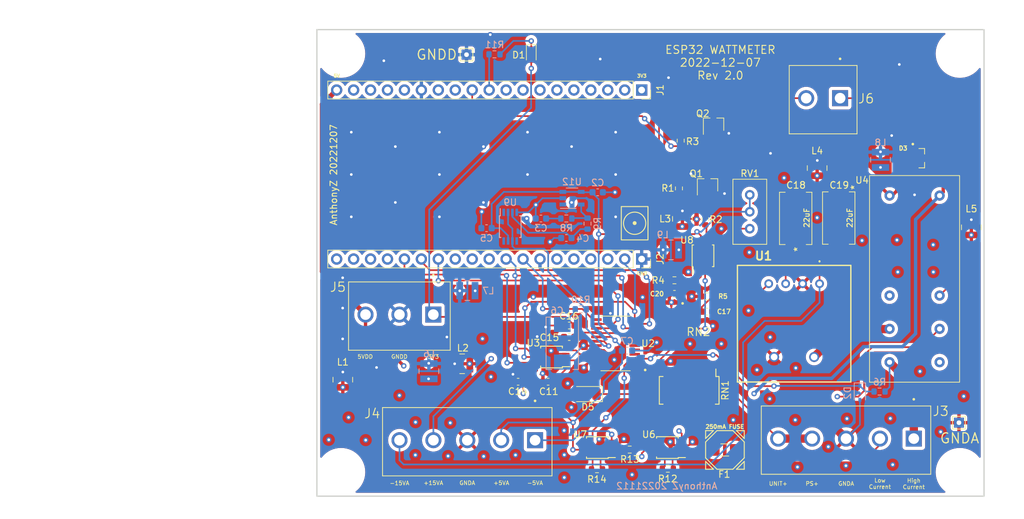
<source format=kicad_pcb>
(kicad_pcb (version 20211014) (generator pcbnew)
  (layers (0 "F.Cu" signal) (1 "In1.Cu" signal) (2 "In2.Cu" signal) (31 "B.Cu" signal) (34 "B.Paste" user) (35 "F.Paste" user) (36 "B.SilkS" user "B.Silkscreen") (37 "F.SilkS" user "F.Silkscreen") (38 "B.Mask" user) (39 "F.Mask" user) (44 "Edge.Cuts" user))
  (net 0 "")
  (net 1 "+5V")
  (net 2 "+15V")
  (net 3 "-15V")
  (net 4 "GNDA")
  (net 5 "/uC_3V3")
  (net 13 "Net-(C3-Pad2)")
  (net 14 "/CONVST*")
  (net 19 "/uC_SDI")
  (net 20 "/uC_SDO")
  (net 21 "/SCLK")
  (net 24 "/CS0")
  (net 25 "/CS1")
  (net 27 "/PS")
  (net 28 "Net-(Q1-Pad1)")
  (net 29 "Net-(D3-Pad2)")
  (net 30 "Net-(RN1-Pad2)")
  (net 31 "Net-(RN1-Pad4)")
  (net 32 "Net-(RN1-Pad6)")
  (net 33 "Net-(RN1-Pad8)")
  (net 34 "/PS_DIV")
  (net 35 "Net-(RN1-Pad13)")
  (net 36 "Net-(RN1-Pad15)")
  (net 37 "Net-(RN1-Pad17)")
  (net 38 "Net-(RN1-Pad19)")
  (net 39 "Net-(RN1-Pad21)")
  (net 40 "Net-(RN1-Pad23)")
  (net 41 "/C_SW_B")
  (net 42 "/HighCurr_Vout")
  (net 43 "Net-(C20-Pad2)")
  (net 44 "Net-(R2-Pad2)")
  (net 45 "Net-(R4-Pad2)")
  (net 46 "/LowCurr_Vout")
  (net 47 "/Burden_V")
  (net 48 "/CONV_LIVE")
  (net 49 "+3V3")
  (net 50 "+5VA")
  (net 51 "/+4.096V")
  (net 53 "Net-(R12-Pad1)")
  (net 55 "-5VA")
  (net 56 "/C_SW_A")
  (net 60 "Net-(U1-Pad5)")
  (net 61 "/Unit_OH")
  (net 62 "/Unit_OL")
  (net 63 "Net-(C4-Pad2)")
  (net 64 "GNDD")
  (net 65 "/Sens_Vout")
  (net 66 "Net-(Q1-Pad3)")
  (net 67 "/PGAtoADC")
  (net 68 "/MUXtoPGA")
  (net 69 "Net-(R13-Pad1)")
  (net 72 "/CurrentIO_1")
  (net 83 "Net-(D1-Pad1)")
  (net 84 "/Debug_LED")
  (net 85 "Net-(F1-Pad1)")
  (net 86 "Net-(C6-Pad1)")
  (net 87 "Net-(R8-Pad2)")
  (footprint "Connector_PinSocket_2.54mm:PinSocket_1x19_P2.54mm_Vertical" (layer "F.Cu") (at 156.962 93.965 -90)
    (fp_text reference "J2")
    (fp_text value "Conn_01x19_Female")
  )
  (footprint "Capacitor_SMD:C_0603_1608Metric" (layer "F.Cu") (at 166.751 101.854)
    (fp_text reference "C17")
    (fp_text value "20uF")
  )
  (footprint "Resistor_SMD:R_0603_1608Metric" (layer "F.Cu") (at 155.1686 122.555)
    (fp_text reference "R13")
    (fp_text value "10k")
  )
  (footprint "Package_SO:TSSOP-8_3x3mm_P0.65mm" (layer "F.Cu") (at 166.154 93.4744 90)
    (fp_text reference "U8")
    (fp_text value "OP777")
  )
  (footprint "LED_SMD:LED_0603_1608Metric" (layer "F.Cu") (at 140.4112 63.2968 -90)
    (fp_text reference "D1")
    (fp_text value "LED")
  )
  (footprint "SDET32251E-150MS:SDET32251E-150MS" (layer "F.Cu") (at 112.1664 112.0648 90)
    (fp_text reference "L1")
    (fp_text value "15uH" hide)
  )
  (footprint "Capacitor_SMD:C_0603_1608Metric" (layer "F.Cu") (at 161.8742 99.187)
    (fp_text reference "C20")
    (fp_text value "1uF")
  )
  (footprint "293D226X9020D8T:293D226X9020D8T" (layer "F.Cu") (at 180.0478 87.861 90)
    (fp_text reference "C18")
    (fp_text value "22uF")
  )
  (footprint "MountingHole:MountingHole_3.2mm_M3" (layer "F.Cu") (at 111.8996 63.1468)
    (fp_text reference "H1" hide)
    (fp_text value "MountingHole")
  )
  (footprint "MountingHole:MountingHole_3.2mm_M3" (layer "F.Cu") (at 111.8996 125.9356)
    (fp_text reference "H2" hide)
    (fp_text value "MountingHole")
  )
  (footprint "TestPoint:TestPoint_THTPad_1.5x1.5mm_Drill0.7mm" (layer "F.Cu") (at 204.5208 118.5164)
    (fp_text reference "TP2" hide)
    (fp_text value "TestPoint")
  )
  (footprint "myCustomLib:J114FL2CS85VDC" (layer "F.Cu") (at 198.12 91.44 -90)
    (fp_text reference "U4")
    (fp_text value "J114FL2CS85VDC")
  )
  (footprint "Capacitor_SMD:C_0603_1608Metric" (layer "F.Cu") (at 142.9384 112.372)
    (fp_text reference "C11")
    (fp_text value "1uF")
  )
  (footprint "SDET32251E-150MS:SDET32251E-150MS" (layer "F.Cu") (at 206.375 89.2048 90)
    (fp_text reference "L5")
    (fp_text value "15uH" hide)
  )
  (footprint "SDET32251E-150MS:SDET32251E-150MS" (layer "F.Cu") (at 183.261 80.3148 90)
    (fp_text reference "L4")
    (fp_text value "15uH" hide)
  )
  (footprint "Potentiometer_THT:Potentiometer_Bourns_3296W_Vertical" (layer "F.Cu") (at 173.1644 84.3304 90)
    (fp_text reference "RV1")
    (fp_text value "20k")
  )
  (footprint "ADS8331IPW:SOP65P640X120-24N" (layer "F.Cu") (at 153.0482 106.6266 180)
    (fp_text reference "U2")
    (fp_text value "ADS8331IPW")
  )
  (footprint "Capacitor_SMD:C_0603_1608Metric" (layer "F.Cu") (at 146.1008 103.9368 180)
    (fp_text reference "C16")
    (fp_text value "0.01uF")
  )
  (footprint "SDET32251E-150MS:SDET32251E-150MS" (layer "F.Cu") (at 163.068 87.9348 90)
    (fp_text reference "L3")
    (fp_text value "15uH" hide)
  )
  (footprint "Package_TO_SOT_SMD:TSOT-23" (layer "F.Cu") (at 166.8144 82.8572 90)
    (fp_text reference "Q1")
    (fp_text value "PMBT3904.215")
  )
  (footprint "Resistor_SMD:R_0603_1608Metric" (layer "F.Cu") (at 162.5472 83.3652 90)
    (fp_text reference "R1")
    (fp_text value "1k")
  )
  (footprint "Diode_SMD:D_1206_3216Metric" (layer "F.Cu") (at 148.7932 114.2238 180)
    (fp_text reference "D5")
    (fp_text value "8V")
  )
  (footprint "L18P003D15:L18P003D15" (layer "F.Cu") (at 183.6254 97.6634)
    (fp_text reference "U1")
    (fp_text value "L18P003D15" hide)
  )
  (footprint "Connector_PinSocket_2.54mm:PinSocket_1x19_P2.54mm_Vertical" (layer "F.Cu") (at 156.962 68.605 -90)
    (fp_text reference "J1")
    (fp_text value "Conn_01x19_Female")
  )
  (footprint "Resistor_SMD:R_0603_1608Metric" (layer "F.Cu") (at 160.8836 125.4252)
    (fp_text reference "R12")
    (fp_text value "39.2")
  )
  (footprint "TB007-508-03BE:TB007-508-03BE" (layer "F.Cu") (at 125.73 102.2971 180)
    (fp_text reference "J5")
    (fp_text value "Screw_Terminal_01x03")
  )
  (footprint "Package_SO:SSOP-24_3.9x8.7mm_P0.635mm" (layer "F.Cu") (at 164.084 113.665 -90)
    (fp_text reference "RN1")
    (fp_text value "R_Pack12")
  )
  (footprint "TB007-508-05BE:CUI_TB007-508-05BE" (layer "F.Cu") (at 140.9826 121.1439 180)
    (fp_text reference "J4")
    (fp_text value "Screw_Terminal_01x05")
  )
  (footprint "Resistor_SMD:R_0603_1608Metric" (layer "F.Cu") (at 150.2664 125.5014)
    (fp_text reference "R14")
    (fp_text value "10k")
  )
  (footprint "Package_TO_SOT_SMD:TSOT-23" (layer "F.Cu") (at 167.7162 73.7616 90)
    (fp_text reference "Q2")
    (fp_text value "PMBT3904.215")
  )
  (footprint "Capacitor_SMD:C_0603_1608Metric" (layer "F.Cu") (at 138.4426 112.372 180)
    (fp_text reference "C14")
    (fp_text value "0.01uF")
  )
  (footprint "TB007-508-05BE:CUI_TB007-508-05BE" (layer "F.Cu") (at 197.7516 120.9064 180)
    (fp_text reference "J3")
    (fp_text value "Screw_Terminal_01x05")
  )
  (footprint "Fuse:Fuse_1206_3216Metric" (layer "F.Cu") (at 169.418 122.6058)
    (fp_text reference "F1")
    (fp_text value "250mA")
  )
  (footprint "293D226X9020D8T:293D226X9020D8T" (layer "F.Cu") (at 186.4994 87.8102 -90)
    (fp_text reference "C19")
    (fp_text value "22uF")
  )
  (footprint "MountingHole:MountingHole_3.2mm_M3" (layer "F.Cu") (at 204.6604 125.9356)
    (fp_text reference "H3" hide)
    (fp_text value "MountingHole")
  )
  (footprint "Package_SO:TSSOP-8_3x3mm_P0.65mm" (layer "F.Cu") (at 160.8196 122.2484 180)
    (fp_text reference "U6")
    (fp_text value "OP777")
  )
  (footprint "Resistor_SMD:R_0603_1608Metric" (layer "F.Cu") (at 166.751 99.568)
    (fp_text reference "R5")
    (fp_text value "15k")
  )
  (footprint "Resistor_SMD:R_0603_1608Metric" (layer "F.Cu") (at 166.497 88.011 -90)
    (fp_text reference "R2")
    (fp_text value "1k")
  )
  (footprint "Capacitor_SMD:C_0603_1608Metric" (layer "F.Cu") (at 146.1008 105.664 180)
    (fp_text reference "C15")
    (fp_text value "0.1uF")
  )
  (footprint "Package_SO:TSSOP-8_3x3mm_P0.65mm" (layer "F.Cu") (at 150.3172 122.2502 180)
    (fp_text reference "U7")
    (fp_text value "OP777")
  )
  (footprint "BAT750-7-F:SOT91P240X102-3N" (layer "F.Cu") (at 198.722 78.8336 -90)
    (fp_text reference "D3")
    (fp_text value "D_Schottky")
  )
  (footprint "TestPoint:TestPoint_THTPad_1.5x1.5mm_Drill0.7mm" (layer "F.Cu") (at 130.7084 63.2968)
    (fp_text reference "TP1" hide)
    (fp_text value "TestPoint")
  )
  (footprint "ACASA1002S1002P1AT:ACASA1002S1002P1AT" (layer "F.Cu") (at 161.798 102.616 -90)
    (fp_text reference "RN2")
    (fp_text value "ACASA1002S1002P1AT")
  )
  (footprint "Resistor_SMD:R_0603_1608Metric" (layer "F.Cu") (at 162.814 76.2 90)
    (fp_text reference "R3")
    (fp_text value "1k")
  )
  (footprint "TB007-508-02BE:CUI_TB007-508-02BE" (layer "F.Cu") (at 186.7026 69.827 180)
    (fp_text reference "J6")
    (fp_text value "TB007-508-02BE")
  )
  (footprint "Package_SO:TSSOP-10_3x3mm_P0.5mm" (layer "F.Cu") (at 143.4464 108.6636 180)
    (fp_text reference "U3")
    (fp_text value "PGA113")
  )
  (footprint "MountingHole:MountingHole_3.2mm_M3" (layer "F.Cu") (at 204.6604 63.1468)
    (fp_text reference "H4" hide)
    (fp_text value "MountingHole")
  )
  (footprint "SDET32251E-150MS:SDET32251E-150MS" (layer "F.Cu") (at 130.05435 109.6772 180)
    (fp_text reference "L2")
    (fp_text value "15uH" hide)
  )
  (footprint "Resistor_SMD:R_0603_1608Metric" (layer "F.Cu") (at 161.8742 97.155)
    (fp_text reference "R4")
    (fp_text value "5k")
  )
  (footprint "SDET32251E-150MS:SDET32251E-150MS" (layer "B.Cu") (at 192.7606 79.0702 90)
    (fp_text reference "L8")
    (fp_text value "15uH" hide)
  )
  (footprint "Resistor_SMD:R_0603_1608Metric" (layer "B.Cu") (at 192.6214 113.8428 180)
    (fp_text reference "R6")
    (fp_text value "10k")
  )
  (footprint "Resistor_SMD:R_0603_1608Metric" (layer "B.Cu") (at 145.669 87.884)
    (fp_text reference "R8")
    (fp_text value "0.220")
  )
  (footprint "SDET32251E-150MS:SDET32251E-150MS" (layer "B.Cu") (at 161.3408 92.583 180)
    (fp_text reference "L9")
    (fp_text value "15uH" hide)
  )
  (footprint "Capacitor_SMD:C_0603_1608Metric" (layer "B.Cu") (at 154.7684 107.701 180)
    (fp_text reference "C7")
    (fp_text value "1uF")
  )
  (footprint "Resistor_SMD:R_0603_1608Metric" (layer "B.Cu") (at 147.828 101.4984 180)
    (fp_text reference "R10")
    (fp_text value "0.220")
  )
  (footprint "Resistor_SMD:R_0603_1608Metric" (layer "B.Cu") (at 148.844 88.646 90)
    (fp_text reference "R9")
    (fp_text value "1k")
  )
  (footprint "SDET32251E-150MS:SDET32251E-150MS" (layer "B.Cu") (at 125.0696 110.78845 90)
    (fp_text reference "L6")
    (fp_text value "15uH" hide)
  )
  (footprint "Capacitor_SMD:C_0603_1608Metric" (layer "B.Cu") (at 145.669 90.805)
    (fp_text reference "C4")
    (fp_text value "1uF")
  )
  (footprint "REF2041AIDDCT:REF2041AIDDCT" (layer "B.Cu") (at 146.5198 84.836)
    (fp_text reference "U12")
    (fp_text value "REF2041AIDDCT" hide)
  )
  (footprint "Resistor_SMD:R_0603_1608Metric" (layer "B.Cu") (at 134.8994 63.246 180)
    (fp_text reference "R11")
    (fp_text value "200")
  )
  (footprint "Capacitor_SMD:C_0603_1608Metric" (layer "B.Cu") (at 150.368 83.947 180)
    (fp_text reference "C2")
    (fp_text value "1uF")
  )
  (footprint "Capacitor_SMD:C_0603_1608Metric" (layer "B.Cu") (at 141.859 87.884)
    (fp_text reference "C3")
    (fp_text value "10uF")
  )
  (footprint "Diode_SMD:D_SOD-323" (layer "B.Cu") (at 189.675 114.046 -90)
    (fp_text reference "D2")
    (fp_text value "PZS51A5V1CS_R1_00001")
  )
  (footprint "SDET32251E-150MS:SDET32251E-150MS" (layer "B.Cu") (at 130.8354 98.7044 180)
    (fp_text reference "L7")
    (fp_text value "15uH" hide)
  )
  (footprint "293D226X9020D8T:293D226X9020D8T" (layer "B.Cu") (at 145.0594 106.6038 -90)
    (fp_text reference "C6")
    (fp_text value "22uF" hide)
  )
  (footprint "Capacitor_SMD:C_0603_1608Metric" (layer "B.Cu") (at 133.7056 89.3318)
    (fp_text reference "C5")
    (fp_text value "1uF")
  )
  (footprint "Package_SO:TSSOP-8_3x3mm_P0.65mm" (layer "B.Cu") (at 137.2616 89.1032 -90)
    (fp_text reference "U9")
    (fp_text value "OP777")
  )
  (gr_line (start 171.1706 119.7102) (end 172.339 120.8786) (layer "F.SilkS") (width 0.15))
  (gr_line (start 172.339 124.333) (end 171.1706 125.5014) (layer "F.SilkS") (width 0.15))
  (gr_line (start 172.339 121.412) (end 172.339 123.7996) (layer "F.SilkS") (width 0.15))
  (gr_line (start 166.5478 121.412) (end 166.5478 123.7996) (layer "F.SilkS") (width 0.15))
  (gr_circle (center 155.9084 88.571) (end 156.124733 88.571) (layer "F.SilkS") (width 0.15) (fill solid))
  (gr_rect (start 153.9084 86.091) (end 157.9084 91.091) (layer "F.SilkS") (width 0.15) (fill none))
  (gr_line (start 170.6372 119.7102) (end 172.339 121.412) (layer "F.SilkS") (width 0.15))
  (gr_line (start 172.339 125.5014) (end 172.339 124.333) (layer "F.SilkS") (width 0.15))
  (gr_line (start 166.5478 121.412) (end 168.2496 119.7102) (layer "F.SilkS") (width 0.15))
  (gr_line (start 172.339 120.8786) (end 172.339 119.7102) (layer "F.SilkS") (width 0.15))
  (gr_line (start 168.2496 119.7102) (end 170.6372 119.7102) (layer "F.SilkS") (width 0.15))
  (gr_line (start 171.1706 125.5014) (end 172.339 125.5014) (layer "F.SilkS") (width 0.15))
  (gr_line (start 166.5478 124.333) (end 166.5478 125.5014) (layer "F.SilkS") (width 0.15))
  (gr_line (start 172.339 119.7102) (end 171.1706 119.7102) (layer "F.SilkS") (width 0.15))
  (gr_line (start 166.5478 125.5014) (end 167.7162 125.5014) (layer "F.SilkS") (width 0.15))
  (gr_line (start 166.5478 120.8786) (end 167.7162 119.7102) (layer "F.SilkS") (width 0.15))
  (gr_line (start 166.5478 119.7102) (end 166.5478 120.8786) (layer "F.SilkS") (width 0.15))
  (gr_line (start 168.2496 125.5014) (end 166.5478 123.7996) (layer "F.SilkS") (width 0.15))
  (gr_line (start 170.6372 125.5014) (end 168.2496 125.5014) (layer "F.SilkS") (width 0.15))
  (gr_line (start 172.339 123.7996) (end 170.6372 125.5014) (layer "F.SilkS") (width 0.15))
  (gr_circle (center 155.9084 88.591) (end 156.8484 89.971) (layer "F.SilkS") (width 0.15) (fill none))
  (gr_line (start 167.7162 119.7102) (end 166.5478 119.7102) (layer "F.SilkS") (width 0.15))
  (gr_line (start 167.7162 125.5014) (end 166.5478 124.333) (layer "F.SilkS") (width 0.15))
  (gr_rect (start 108.28 59.54) (end 208.28 129.54) (layer "Edge.Cuts") (width 0.2) (fill none))
  (gr_text "AnthonyZ 20221112" (at 160.7312 128.016) (layer "B.SilkS") (effects (font (size 1 1)) (justify mirror)))
  (gr_text "Low\nCurrent" (at 192.6716 127.6628) (layer "F.SilkS") (effects (font (size 0.6 0.6) (thickness 0.1))))
  (gr_text "PS+" (at 182.5116 127.6628) (layer "F.SilkS") (effects (font (size 0.6 0.6) (thickness 0.1))))
  (gr_text "GNDD" (at 126.238 63.2968) (layer "F.SilkS") (effects (font (size 1.5 1.5) (thickness 0.1778))))
  (gr_text "ESP32 WATTMETER\n2022-12-07\nRev 2.0" (at 168.7576 64.4906) (layer "F.SilkS") (effects (font (size 1.2 1.2))))
  (gr_text "3V3" (at 125.73 108.6104) (layer "F.SilkS") (effects (font (size 0.6 0.6) (thickness 0.1))))
  (gr_text "High\nCurrent" (at 197.7516 127.6882) (layer "F.SilkS") (effects (font (size 0.6 0.6) (thickness 0.1))))
  (gr_text "+5VA" (at 135.928 127.5612) (layer "F.SilkS") (effects (font (size 0.6 0.6) (thickness 0.1))))
  (gr_text "5V" (at 111.2584 66.481) (layer "F.SilkS") (effects (font (size 0.5 0.5) (thickness 0.125))))
  (gr_text "UNIT+" (at 177.4316 127.6628) (layer "F.SilkS") (effects (font (size 0.6 0.6) (thickness 0.1))))
  (gr_text "250mA FUSE" (at 169.4284 119.121) (layer "F.SilkS") (effects (font (size 0.6 0.6))))
  (gr_text "5VDD" (at 115.5192 108.6104) (layer "F.SilkS") (effects (font (size 0.6 0.6) (thickness 0.1))))
  (gr_text "-5VA" (at 140.9826 127.5612) (layer "F.SilkS") (effects (font (size 0.6 0.6) (thickness 0.1))))
  (gr_text "3V3" (at 156.9884 66.481) (layer "F.SilkS") (effects (font (size 0.5 0.5) (thickness 0.125))))
  (gr_text "GNDA" (at 204.6224 120.8532) (layer "F.SilkS") (effects (font (size 1.5 1.5) (thickness 0.1778))))
  (gr_text "AnthonyZ 20221207" (at 110.7948 81.3308 90) (layer "F.SilkS") (effects (font (size 1 1))))
  (gr_text "GNDA" (at 187.617 127.6628) (layer "F.SilkS") (effects (font (size 0.6 0.6) (thickness 0.1))))
  (gr_text "-15VA" (at 120.6626 127.5866) (layer "F.SilkS") (effects (font (size 0.6 0.6) (thickness 0.1))))
  (gr_text "GNDA" (at 130.8226 127.5612) (layer "F.SilkS") (effects (font (size 0.6 0.6) (thickness 0.1))))
  (gr_text "GND" (at 157.0084 96.131) (layer "F.SilkS") (effects (font (size 0.5 0.5) (thickness 0.125))))
  (gr_text "+15VA" (at 125.7426 127.5612) (layer "F.SilkS") (effects (font (size 0.6 0.6) (thickness 0.1))))
  (gr_text "GNDD" (at 120.65 108.6104) (layer "F.SilkS") (effects (font (size 0.6 0.6) (thickness 0.1))))
  (segment (start 139.596 112.372) (end 141.2964 110.6716) (width 0.25) (layer "F.Cu") (net 1))
  (segment (start 115.57 104.267) (end 121.2977 109.9947) (width 0.5) (layer "F.Cu") (net 1))
  (segment (start 115.57 102.2971) (end 115.57 104.267) (width 0.5) (layer "F.Cu") (net 1))
  (segment (start 109.093 70.754) (end 111.242 68.605) (width 0.75) (layer "F.Cu") (net 1))
  (segment (start 109.093 95.8201) (end 109.093 70.754) (width 0.75) (layer "F.Cu") (net 1))
  (segment (start 200.4234 78.8336) (end 199.792 78.8336) (width 0.5) (layer "F.Cu") (net 1))
  (segment (start 202.162 83.898) (end 202.162 80.5722) (width 0.5) (layer "F.Cu") (net 1))
  (segment (start 141.2964 110.6716) (end 141.2964 109.6636) (width 0.25) (layer "F.Cu") (net 1))
  (segment (start 139.2176 114.1474) (end 139.215 114.15) (width 0.25) (layer "F.Cu") (net 1))
  (segment (start 115.57 102.2971) (end 109.093 95.8201) (width 0.75) (layer "F.Cu") (net 1))
  (segment (start 202.162 80.5722) (end 200.4234 78.8336) (width 0.5) (layer "F.Cu") (net 1))
  (segment (start 201.62 84.44) (end 202.162 83.898) (width 0.5) (layer "F.Cu") (net 1))
  (segment (start 139.2176 112.372) (end 139.2176 114.1474) (width 0.25) (layer "F.Cu") (net 1))
  (segment (start 139.2176 112.372) (end 139.596 112.372) (width 0.25) (layer "F.Cu") (net 1))
  (via (at 121.2977 109.9947) (size 0.8) (drill 0.4) (layers "F.Cu" "B.Cu") (net 1))
  (via (at 173.8098 114.15) (size 0.8) (drill 0.4) (layers "F.Cu" "B.Cu") (net 1))
  (via (at 139.215 114.15) (size 0.8) (drill 0.4) (layers "F.Cu" "B.Cu") (net 1))
  (segment (start 198.0184 105.156) (end 198.0184 88.0416) (width 0.5) (layer "B.Cu") (net 1))
  (segment (start 196.0626 107.1118) (end 190.1952 107.1118) (width 0.5) (layer "B.Cu") (net 1))
  (segment (start 190.1952 107.1118) (end 185.4454 111.8616) (width 0.5) (layer "B.Cu") (net 1))
  (segment (start 198.0184 88.0416) (end 201.62 84.44) (width 0.5) (layer "B.Cu") (net 1))
  (segment (start 176.0982 111.8616) (end 173.8098 114.15) (width 0.5) (layer "B.Cu") (net 1))
  (segment (start 185.4454 111.8616) (end 176.0982 111.8616) (width 0.5) (layer "B.Cu") (net 1))
  (segment (start 198.0184 105.156) (end 196.0626 107.1118) (width 0.5) (layer "B.Cu") (net 1))
  (segment (start 180.0478 92.6212) (end 180.0478 90.6804) (width 0.25) (layer "F.Cu") (net 2))
  (segment (start 178.5454 97.6634) (end 178.5454 94.1236) (width 0.25) (layer "F.Cu") (net 2))
  (segment (start 178.5454 94.1236) (end 180.0478 92.6212) (width 0.25) (layer "F.Cu") (net 2))
  (via (at 134.4168 108.9152) (size 0.8) (drill 0.4) (layers "F.Cu" "B.Cu") (net 2))
  (segment (start 125.7426 121.1439) (end 125.7426 117.564) (width 0.25) (layer "B.Cu") (net 2))
  (segment (start 125.7426 117.564) (end 134.404 108.9026) (width 0.25) (layer "B.Cu") (net 2))
  (segment (start 186.4994 92.3672) (end 186.4994 90.6296) (width 0.25) (layer "F.Cu") (net 3))
  (segment (start 183.6254 95.2412) (end 186.4994 92.3672) (width 0.25) (layer "F.Cu") (net 3))
  (segment (start 183.6254 97.6634) (end 183.6254 95.2412) (width 0.25) (layer "F.Cu") (net 3))
  (segment (start 180.8734 103.251) (end 183.6254 100.499) (width 0.25) (layer "B.Cu") (net 3))
  (segment (start 175.387 103.251) (end 180.8734 103.251) (width 0.25) (layer "B.Cu") (net 3))
  (segment (start 172.1612 106.4768) (end 175.387 103.251) (width 0.25) (layer "B.Cu") (net 3))
  (segment (start 120.6626 124.1678) (end 121.285 124.7902) (width 0.25) (layer "B.Cu") (net 3))
  (segment (start 120.6626 121.1439) (end 120.6626 124.1678) (width 0.25) (layer "B.Cu") (net 3))
  (segment (start 167.1574 124.7902) (end 172.1612 119.7864) (width 0.25) (layer "B.Cu") (net 3))
  (segment (start 183.6254 100.499) (end 183.6254 97.6634) (width 0.25) (layer "B.Cu") (net 3))
  (segment (start 121.285 124.7902) (end 167.1574 124.7902) (width 0.25) (layer "B.Cu") (net 3))
  (segment (start 172.1612 119.7864) (end 172.1612 106.4768) (width 0.25) (layer "B.Cu") (net 3))
  (segment (start 160.5915 109.9693) (end 160.5915 111.065) (width 0.25) (layer "F.Cu") (net 4))
  (segment (start 151.3252 107.6016) (end 150.1782 107.6016) (width 0.25) (layer "F.Cu") (net 4))
  (segment (start 151.892 108.1684) (end 151.3252 107.6016) (width 0.25) (layer "F.Cu") (net 4))
  (segment (start 150.1782 109.5516) (end 151.3572 109.5516) (width 0.25) (layer "F.Cu") (net 4))
  (segment (start 151.5294 121.9252) (end 152.4672 121.9252) (width 0.25) (layer "F.Cu") (net 4))
  (segment (start 164.0552 121.898) (end 161.7506 121.898) (width 0.25) (layer "F.Cu") (net 4))
  (segment (start 153.3224 121.9252) (end 152.4672 121.9252) (width 0.25) (layer "F.Cu") (net 4))
  (segment (start 148.995 109.5516) (end 148.2852 110.2614) (width 0.25) (layer "F.Cu") (net 4))
  (segment (start 143.8252 108.1636) (end 145.5964 108.1636) (width 0.25) (layer "F.Cu") (net 4))
  (segment (start 161.7506 121.898) (end 161.2392 121.3866) (width 0.25) (layer "F.Cu") (net 4))
  (segment (start 148.252 106.9516) (end 150.1782 106.9516) (width 0.25) (layer "F.Cu") (net 4))
  (segment (start 161.29 109.2708) (end 160.5915 109.9693) (width 0.25) (layer "F.Cu") (net 4))
  (segment (start 151.3572 109.5516) (end 151.892 109.0168) (width 0.25) (layer "F.Cu") (net 4))
  (segment (start 161.417 101.812) (end 161.398 101.831) (width 0.25) (layer "F.Cu") (net 4))
  (segment (start 154.2928 120.9548) (end 153.3224 121.9252) (width 0.25) (layer "F.Cu") (net 4))
  (segment (start 148.2344 106.934) (end 148.252 106.9516) (width 0.25) (layer "F.Cu") (net 4))
  (segment (start 143.383 107.7214) (end 143.8252 108.1636) (width 0.25) (layer "F.Cu") (net 4))
  (segment (start 150.1782 109.5516) (end 148.995 109.5516) (width 0.25) (layer "F.Cu") (net 4))
  (segment (start 161.417 100.457) (end 161.417 101.812) (width 0.25) (layer "F.Cu") (net 4))
  (segment (start 176.8154 110.1302) (end 176.8154 108.6634) (width 1.25) (layer "F.Cu") (net 4))
  (segment (start 150.5844 120.9802) (end 151.5294 121.9252) (width 0.25) (layer "F.Cu") (net 4))
  (segment (start 151.892 109.0168) (end 151.892 108.1684) (width 0.25) (layer "F.Cu") (net 4))
  (segment (start 164.5666 121.3866) (end 164.0552 121.898) (width 0.25) (layer "F.Cu") (net 4))
  (segment (start 187.5916 120.9064) (end 176.8154 110.1302) (width 1.25) (layer "F.Cu") (net 4))
  (via (at 141.097 85.8266) (size 0.8) (drill 0.4) (layers "F.Cu" "B.Cu") (net 4))
  (via (at 167.64 104.013) (size 0.8) (drill 0.4) (layers "F.Cu" "B.Cu") (net 4))
  (via (at 195.3514 95.9104) (size 0.8) (drill 0.4) (layers "F.Cu" "B.Cu") (net 4))
  (via (at 148.2344 106.934) (size 0.8) (drill 0.4) (layers "F.Cu" "B.Cu") (net 4))
  (via (at 178.308 81.788) (size 0.8) (drill 0.4) (layers "F.Cu" "B.Cu") (net 4))
  (via (at 120.65 114.427) (size 0.8) (drill 0.4) (layers "F.Cu" "B.Cu") (net 4))
  (via (at 134.366 111.633) (size 0.8) (drill 0.4) (layers "F.Cu" "B.Cu") (net 4))
  (via (at 183.261 81.4578) (size 0.8) (drill 0.4) (layers "F.Cu" "B.Cu") (net 4))
  (via (at 164.211 106.68) (size 0.8) (drill 0.4) (layers "F.Cu" "B.Cu") (net 4))
  (via (at 163.957 95.885) (size 0.8) (drill 0.4) (layers "F.Cu" "B.Cu") (net 4))
  (via (at 138.049 123.3678) (size 0.8) (drill 0.4) (layers "F.Cu" "B.Cu") (net 4))
  (via (at 192.7606 80.2132) (size 0.8) (drill 0.4) (layers "F.Cu" "B.Cu") (net 4))
  (via (at 146.431 116.205) (size 0.8) (drill 0.4) (layers "F.Cu" "B.Cu") (net 4))
  (via (at 165.2016 87.9856) (size 0.8) (drill 0.4) (layers "F.Cu" "B.Cu") (net 4))
  (via (at 145.3388 119.6848) (size 0.8) (drill 0.4) (layers "F.Cu" "B.Cu") (net 4))
  (via (at 205.232 114.554) (size 0.8) (drill 0.4) (layers "F.Cu" "B.Cu") (net 4))
  (via (at 155.5242 126.3142) (size 0.8) (drill 0.4) (layers "F.Cu" "B.Cu") (net 4))
  (via (at 183.261 87.757) (size 0.8) (drill 0.4) (layers "F.Cu" "B.Cu") (net 4))
  (via (at 154.2928 120.9548) (size 0.8) (drill 0.4) (layers "F.Cu" "B.Cu") (net 4))
  (via (at 133.2738 123.571) (size 0.8) (drill 0.4) (layers "F.Cu" "B.Cu") (net 4))
  (via (at 168.91 89.408) (size 0.8) (drill 0.4) (layers "F.Cu" "B.Cu") (net 4))
  (via (at 176.149 114.935) (size 0.8) (drill 0.4) (layers "F.Cu" "B.Cu") (net 4))
  (via (at 152.8572 109.0676) (size 0.8) (drill 0.4) (layers "F.Cu" "B.Cu") (net 4))
  (via (at 145.3642 126.746) (size 0.8) (drill 0.4) (layers "F.Cu" "B.Cu") (net 4))
  (via (at 187.7314 117.9068) (size 0.8) (drill 0.4) (layers "F.Cu" "B.Cu") (net 4))
  (via (at 194.5894 124.8156) (size 0.8) (drill 0.4) (layers "F.Cu" "B.Cu") (net 4))
  (via (at 164.5666 121.3866) (size 0.8) (drill 0.4) (layers "F.Cu" "B.Cu") (net 4))
  (via (at 161.29 109.2708) (size 0.8) (drill 0.4) (layers "F.Cu" "B.Cu") (net 4))
  (via (at 184.9374 122.1232) (size 0.8) (drill 0.4) (layers "F.Cu" "B.Cu") (net 4))
  (via (at 145.3642 123.3424) (size 0.8) (drill 0.4) (layers "F.Cu" "B.Cu") (net 4))
  (via (at 187.579 124.968) (size 0.8) (drill 0.4) (layers "F.Cu" "B.Cu") (net 4))
  (via (at 164.465 99.568) (size 0.8) (drill 0.4) (layers "F.Cu" "B.Cu") (net 4))
  (via (at 161.2392 121.3866) (size 0.8) (drill 0.4) (layers "F.Cu" "B.Cu") (net 4))
  (via (at 173.101 92.964) (size 0.8) (drill 0.4) (layers "F.Cu" "B.Cu") (net 4))
  (via (at 115.5954 121.1326) (size 0.8) (drill 0.4) (layers "F.Cu" "B.Cu") (net 4))
  (via (at 179.9844 118.11) (size 0.8) (drill 0.4) (layers "F.Cu" "B.Cu") (net 4))
  (via (at 140.716 99.6442) (size 0.8) (drill 0.4) (layers "F.Cu" "B.Cu") (net 4))
  (via (at 172.974 101.7016) (size 0.8) (drill 0.4) (layers "F.Cu" "B.Cu") (net 4))
  (via (at 176.2252 105.6894) (size 0.8) (drill 0.4) (layers "F.Cu" "B.Cu") (net 4))
  (via (at 123.0376 123.3678) (size 0.8) (drill 0.4) (layers "F.Cu" "B.Cu") (net 4))
  (via (at 145.8722 112.6236) (size 0.8) (drill 0.4) (layers "F.Cu" "B.Cu") (net 4))
  (via (at 200.6854 95.9104) (size 0.8) (drill 0.4) (layers "F.Cu" "B.Cu") (net 4))
  (via (at 195.2244 91.1098) (size 0.8) (drill 0.4) (layers "F.Cu" "B.Cu") (net 4))
  (via (at 112.1664 113.2078) (size 0.8) (drill 0.4) (layers "F.Cu" "B.Cu") (net 4))
  (via (at 152.9588 83.947) (size 0.8) (drill 0.4) (layers "F.Cu" "B.Cu") (net 4))
  (via (at 170.688 118.11) (size 0.8) (drill 0.4) (layers "F.Cu" "B.Cu") (net 4))
  (via (at 143.383 107.7214) (size 0.8) (drill 0.4) (layers "F.Cu" "B.Cu") (net 4))
  (via (at 162.5346 92.583) (size 0.8) (drill 0.4) (layers "F.Cu" "B.Cu") (net 4))
  (via (at 142.113 111.125) (size 0.8) (drill 0.4) (layers "F.Cu" "B.Cu") (net 4))
  (via (at 127.9398 123.5202) (size 0.8) (drill 0.4) (layers "F.Cu" "B.Cu") (net 4))
  (via (at 200.66 91.821) (size 0.8) (drill 0.4) (layers "F.Cu" "B.Cu") (net 4))
  (via (at 174.244 110.5916) (size 0.8) (drill 0.4) (layers "F.Cu" "B.Cu") (net 4))
  (via (at 150.5844 120.9802) (size 0.8) (drill 0.4) (layers "F.Cu" "B.Cu") (net 4))
  (via (at 113.03 117.729) (size 0.8) (drill 0.4) (layers "F.Cu" "B.Cu") (net 4))
  (via (at 132.9944 86.868) (size 0.8) (drill 0.4) (layers "F.Cu" "B.Cu") (net 4))
  (via (at 133.096 105.918) (size 0.8) (drill 0.4) (layers "F.Cu" "B.Cu") (net 4))
  (via (at 161.417 100.457) (size 0.8) (drill 0.4) (layers "F.Cu" "B.Cu") (net 4))
  (via (at 143.2306 91.3892) (size 0.8) (drill 0.4) (layers "F.Cu" "B.Cu") (net 4))
  (via (at 125.0188 111.9378) (size 0.8) (drill 0.4) (layers "F.Cu" "B.Cu") (net 4))
  (via (at 163.0426 89.0778) (size 0.8) (drill 0.4) (layers "F.Cu" "B.Cu") (net 4))
  (via (at 201.7776 119.888) (size 0.8) (drill 0.4) (layers "F.Cu" "B.Cu") (net 4))
  (via (at 131.1656 109.6772) (size 0.8) (drill 0.4) (layers "F.Cu" "B.Cu") (net 4))
  (via (at 180.0606 110.3122) (size 0.8) (drill 0.4) (layers "F.Cu" "B.Cu") (net 4))
  (via (at 159.2072 106.4768) (size 0.8) (drill 0.4) (layers "F.Cu" "B.Cu") (net 4))
  (via (at 123.063 118.4402) (size 0.8) (drill 0.4) (layers "F.Cu" "B.Cu") (net 4))
  (via (at 194.2338 117.8814) (size 0.8) (drill 0.4) (layers "F.Cu" "B.Cu") (net 4))
  (via (at 157.099 99.695) (size 0.8) (drill 0.4) (layers "F.Cu" "B.Cu") (net 4))
  (via (at 206.375 90.3478) (size 0.8) (drill 0.4) (layers "F.Cu" "B.Cu") (net 4))
  (via (at 132.0038 98.7298) (size 0.8) (drill 0.4) (layers "F.Cu" "B.Cu") (net 4))
  (via (at 148.2852 110.2614) (size 0.8) (drill 0.4) (layers "F.Cu" "B.Cu") (net 4))
  (via (at 110.0582 121.0818) (size 0.8) (drill 0.4) (layers "F.Cu" "B.Cu") (net 4))
  (via (at 180.3146 125.1712) (size 0.8) (drill 0.4) (layers "F.Cu" "B.Cu") (net 4))
  (via (at 189.992 91.186) (size 0.8) (drill 0.4) (layers "F.Cu" "B.Cu") (net 4))
  (via (at 168.91 106.68) (size 0.8) (drill 0.4) (layers "F.Cu" "B.Cu") (net 4))
  (via (at 198.6788 110.8202) (size 0.8) (drill 0.4) (layers "F.Cu" "B.Cu") (net 4))
  (via (at 128.27 118.5418) (size 0.8) (drill 0.4) (layers "F.Cu" "B.Cu") (net 4))
  (segment (start 138.2366 86.9532) (end 139.9704 86.9532) (width 0.25) (layer "B.Cu") (net 4))
  (segment (start 151.143 83.947) (end 152.9588 83.947) (width 0.25) (layer "B.Cu") (net 4))
  (segment (start 145.7452 109.4232) (end 145.0594 109.4232) (width 0.25) (layer "B.Cu") (net 4))
  (segment (start 142.0876 84.836) (end 141.097 85.8266) (width 0.25) (layer "B.Cu") (net 4))
  (segment (start 157.983 107.701) (end 155.5434 107.701) (width 0.25) (layer "B.Cu") (net 4))
  (segment (start 189.675 115.096) (end 189.675 118.823) (width 0.25) (layer "B.Cu") (net 4))
  (segment (start 141.084 85.8396) (end 141.097 85.8266) (width 0.25) (layer "B.Cu") (net 4))
  (segment (start 141.084 87.884) (end 141.084 85.8396) (width 0.25) (layer "B.Cu") (net 4))
  (segment (start 143.8148 90.805) (end 143.2306 91.3892) (width 0.25) (layer "B.Cu") (net 4))
  (segment (start 132.9306 86.9318) (end 132.9944 86.868) (width 0.25) (layer "B.Cu") (net 4))
  (segment (start 148.2344 106.934) (end 145.7452 109.4232) (width 0.25) (layer "B.Cu") (net 4))
  (segment (start 144.894 90.805) (end 143.8148 90.805) (width 0.25) (layer "B.Cu") (net 4))
  (segment (start 132.9306 89.3318) (end 132.9306 86.9318) (width 0.25) (layer "B.Cu") (net 4))
  (segment (start 189.675 118.823) (end 187.5916 120.9064) (width 0.25) (layer "B.Cu") (net 4))
  (segment (start 159.2072 106.4768) (end 157.983 107.701) (width 0.25) (layer "B.Cu") (net 4))
  (segment (start 145.144799 84.836) (end 142.0876 84.836) (width 0.25) (layer "B.Cu") (net 4))
  (segment (start 139.9704 86.9532) (end 141.097 85.8266) (width 0.25) (layer "B.Cu") (net 4))
  (segment (start 144.844 87.884) (end 142.634 87.884) (width 0.25) (layer "B.Cu") (net 13))
  (segment (start 126.5174 97.1804) (end 126.492 97.2058) (width 0.25) (layer "F.Cu") (net 14))
  (segment (start 151.0792 97.1804) (end 126.5174 97.1804) (width 0.25) (layer "F.Cu") (net 14))
  (segment (start 153.416 102.997) (end 152.0614 104.3516) (width 0.25) (layer "F.Cu") (net 14))
  (segment (start 152.0614 104.3516) (end 150.1782 104.3516) (width 0.25) (layer "F.Cu") (net 14))
  (segment (start 153.416 99.5172) (end 151.0792 97.1804) (width 0.25) (layer "F.Cu") (net 14))
  (via (at 126.492 97.2058) (size 0.8) (drill 0.4) (layers "F.Cu" "B.Cu") (net 14))
  (via (at 153.416 99.5172) (size 0.8) (drill 0.4) (layers "F.Cu" "B.Cu") (net 14))
  (via (at 153.416 102.997) (size 0.8) (drill 0.4) (layers "F.Cu" "B.Cu") (net 14))
  (segment (start 126.482 97.1958) (end 126.482 93.965) (width 0.25) (layer "B.Cu") (net 14))
  (segment (start 126.492 97.2058) (end 126.482 97.1958) (width 0.25) (layer "B.Cu") (net 14))
  (segment (start 153.416 99.5172) (end 153.416 102.997) (width 0.25) (layer "B.Cu") (net 14))
  (segment (start 142.1256 101.4096) (end 142.1636 101.4476) (width 0.25) (layer "F.Cu") (net 19))
  (segment (start 149.6606 103.0516) (end 150.1782 103.0516) (width 0.25) (layer "F.Cu") (net 19))
  (segment (start 142.1636 101.4476) (end 148.0566 101.4476) (width 0.25) (layer "F.Cu") (net 19))
  (segment (start 148.0566 101.4476) (end 149.6606 103.0516) (width 0.25) (layer "F.Cu") (net 19))
  (via (at 142.1256 101.4096) (size 0.8) (drill 0.4) (layers "F.Cu" "B.Cu") (net 19))
  (segment (start 142.1256 101.4096) (end 142.1256 96.9086) (width 0.25) (layer "B.Cu") (net 19))
  (segment (start 142.1256 96.9086) (end 139.182 93.965) (width 0.25) (layer "B.Cu") (net 19))
  (segment (start 155.9182 101.8162) (end 154.4828 100.3808) (width 0.25) (layer "F.Cu") (net 20))
  (segment (start 139.3316 108.6636) (end 141.2964 108.6636) (width 0.25) (layer "F.Cu") (net 20))
  (segment (start 155.9182 101.8162) (end 155.9182 103.0516) (width 0.25) (layer "F.Cu") (net 20))
  (segment (start 154.4828 100.3808) (end 140.4008 100.3808) (width 0.25) (layer "F.Cu") (net 20))
  (segment (start 140.4008 100.3808) (end 139.4636 101.318) (width 0.25) (layer "F.Cu") (net 20))
  (via (at 139.4636 101.318) (size 0.8) (drill 0.4) (layers "F.Cu" "B.Cu") (net 20))
  (via (at 139.3316 108.6636) (size 0.8) (drill 0.4) (layers "F.Cu" "B.Cu") (net 20))
  (via (at 155.9182 101.8162) (size 0.8) (drill 0.4) (layers "F.Cu" "B.Cu") (net 20))
  (segment (start 139.3316 108.6636) (end 139.4636 108.5316) (width 0.25) (layer "B.Cu") (net 20))
  (segment (start 155.956 96.266) (end 154.422 94.732) (width 0.25) (layer "B.Cu") (net 20))
  (segment (start 154.422 94.732) (end 154.422 93.965) (width 0.25) (layer "B.Cu") (net 20))
  (segment (start 139.4636 108.5316) (end 139.4636 101.318) (width 0.25) (layer "B.Cu") (net 20))
  (segment (start 155.956 101.7784) (end 155.956 96.266) (width 0.25) (layer "B.Cu") (net 20))
  (segment (start 155.9182 101.8162) (end 155.956 101.7784) (width 0.25) (layer "B.Cu") (net 20))
  (segment (start 153.6446 96.4438) (end 154.0002 96.7994) (width 0.25) (layer "F.Cu") (net 21))
  (segment (start 137.9728 96.4559) (end 137.9849 96.4438) (width 0.25) (layer "F.Cu") (net 21))
  (segment (start 138.0616 107.3936) (end 139.702378 107.3936) (width 0.25) (layer "F.Cu") (net 21))
  (segment (start 154.3896 104.3516) (end 155.9182 104.3516) (width 0.25) (layer "F.Cu") (net 21))
  (segment (start 139.702378 107.3936) (end 140.472378 108.1636) (width 0.25) (layer "F.Cu") (net 21))
  (segment (start 154.178 104.14) (end 154.3896 104.3516) (width 0.25) (layer "F.Cu") (net 21))
  (segment (start 137.9849 96.4438) (end 153.6446 96.4438) (width 0.25) (layer "F.Cu") (net 21))
  (segment (start 140.472378 108.1636) (end 141.2964 108.1636) (width 0.25) (layer "F.Cu") (net 21))
  (via (at 154.178 104.14) (size 0.8) (drill 0.4) (layers "F.Cu" "B.Cu") (net 21))
  (via (at 154.0002 96.7994) (size 0.8) (drill 0.4) (layers "F.Cu" "B.Cu") (net 21))
  (via (at 137.9728 96.4559) (size 0.8) (drill 0.4) (layers "F.Cu" "B.Cu") (net 21))
  (via (at 138.0616 107.3936) (size 0.8) (drill 0.4) (layers "F.Cu" "B.Cu") (net 21))
  (segment (start 154.178 96.9772) (end 154.178 104.14) (width 0.25) (layer "B.Cu") (net 21))
  (segment (start 137.018 93.965) (end 138.0666 95.0136) (width 0.25) (layer "B.Cu") (net 21))
  (segment (start 138.0666 95.0136) (end 138.0666 107.3886) (width 0.25) (layer "B.Cu") (net 21))
  (segment (start 154.0002 96.7994) (end 154.178 96.9772) (width 0.25) (layer "B.Cu") (net 21))
  (segment (start 136.642 93.965) (end 137.018 93.965) (width 0.25) (layer "B.Cu") (net 21))
  (segment (start 158.1276 103.6852) (end 155.9346 103.6852) (width 0.25) (layer "F.Cu") (net 24))
  (segment (start 157.6832 96.6724) (end 156.6418 95.631) (width 0.25) (layer "F.Cu") (net 24))
  (segment (start 156.6418 95.631) (end 125.222 95.631) (width 0.25) (layer "F.Cu") (net 24))
  (segment (start 155.9346 103.6852) (end 155.9182 103.7016) (width 0.25) (layer "F.Cu") (net 24))
  (segment (start 123.942 94.351) (end 123.942 93.965) (width 0.25) (layer "F.Cu") (net 24))
  (segment (start 125.222 95.631) (end 123.942 94.351) (width 0.25) (layer "F.Cu") (net 24))
  (via (at 157.6832 96.6724) (size 0.8) (drill 0.4) (layers "F.Cu" "B.Cu") (net 24))
  (via (at 158.1276 103.6852) (size 0.8) (drill 0.4) (layers "F.Cu" "B.Cu") (net 24))
  (segment (start 157.6832 96.6724) (end 158.1276 97.1168) (width 0.25) (layer "B.Cu") (net 24))
  (segment (start 158.1276 97.1168) (end 158.1276 103.6852) (width 0.25) (layer "B.Cu") (net 24))
  (segment (start 140.472378 109.1636) (end 141.2964 109.1636) (width 0.25) (layer "F.Cu") (net 25))
  (segment (start 140.108778 109.5272) (end 140.472378 109.1636) (width 0.25) (layer "F.Cu") (net 25))
  (segment (start 121.402 95.24) (end 121.402 93.965) (width 0.25) (layer "F.Cu") (net 25))
  (segment (start 136.7028 96.4559) (end 136.5383 96.2914) (width 0.25) (layer "F.Cu") (net 25))
  (segment (start 122.4534 96.2914) (end 121.402 95.24) (width 0.25) (layer "F.Cu") (net 25))
  (segment (start 136.7916 109.5272) (end 140.108778 109.5272) (width 0.25) (layer "F.Cu") (net 25))
  (segment (start 136.5383 96.2914) (end 122.4534 96.2914) (width 0.25) (layer "F.Cu") (net 25))
  (via (at 136.7916 109.5272) (size 0.8) (drill 0.4) (layers "F.Cu" "B.Cu") (net 25))
  (via (at 136.7028 96.4559) (size 0.8) (drill 0.4) (layers "F.Cu" "B.Cu") (net 25))
  (segment (start 136.7916 96.5447) (end 136.7916 109.5272) (width 0.25) (layer "B.Cu") (net 25))
  (segment (start 136.7028 96.4559) (end 136.7916 96.5447) (width 0.25) (layer "B.Cu") (net 25))
  (segment (start 167.5902 111.065) (end 167.5765 111.065) (width 0.25) (layer "F.Cu") (net 27))
  (segment (start 177.4316 120.9064) (end 167.5902 111.065) (width 0.25) (layer "F.Cu") (net 27))
  (segment (start 182.5116 120.9064) (end 177.4316 120.9064) (width 1.25) (layer "F.Cu") (net 27))
  (segment (start 162.5472 84.1902) (end 162.5702 84.1672) (width 0.25) (layer "F.Cu") (net 28))
  (segment (start 162.5702 84.1672) (end 165.8644 84.1672) (width 0.25) (layer "F.Cu") (net 28))
  (segment (start 165.8644 86.5534) (end 165.8644 84.1672) (width 0.25) (layer "F.Cu") (net 28))
  (segment (start 166.497 87.186) (end 165.8644 86.5534) (width 0.25) (layer "F.Cu") (net 28))
  (segment (start 167.7524 72.4154) (end 172.8724 72.4154) (width 0.5) (layer "F.Cu") (net 29))
  (segment (start 167.7162 72.4516) (end 167.7524 72.4154) (width 0.5) (layer "F.Cu") (net 29))
  (segment (start 194.5028 84.44) (end 194.12 84.44) (width 0.5) (layer "F.Cu") (net 29))
  (segment (start 195.199 79.4512) (end 195.199 83.7438) (width 0.5) (layer "F.Cu") (net 29))
  (segment (start 197.652 77.9186) (end 196.7316 77.9186) (width 0.5) (layer "F.Cu") (net 29))
  (segment (start 196.7316 77.9186) (end 195.199 79.4512) (width 0.5) (layer "F.Cu") (net 29))
  (segment (start 185.88 76.2) (end 194.12 84.44) (width 0.5) (layer "F.Cu") (net 29))
  (segment (start 172.8724 72.4154) (end 176.657 76.2) (width 0.5) (layer "F.Cu") (net 29))
  (segment (start 176.657 76.2) (end 185.88 76.2) (width 0.5) (layer "F.Cu") (net 29))
  (segment (start 195.199 83.7438) (end 194.5028 84.44) (width 0.5) (layer "F.Cu") (net 29))
  (segment (start 166.9415 111.065) (end 166.3065 111.065) (width 0.25) (layer "F.Cu") (net 30))
  (segment (start 165.6715 111.065) (end 165.0365 111.065) (width 0.25) (layer "F.Cu") (net 31))
  (segment (start 164.4015 111.065) (end 163.7665 111.065) (width 0.25) (layer "F.Cu") (net 32))
  (segment (start 163.1315 111.065) (end 162.4965 111.065) (width 0.25) (layer "F.Cu") (net 33))
  (segment (start 161.8615 111.065) (end 161.2265 111.065) (width 0.25) (layer "F.Cu") (net 34))
  (segment (start 161.2265 113.2205) (end 161.2265 111.065) (width 0.25) (layer "F.Cu") (net 34))
  (segment (start 160.2238 114.2232) (end 161.2265 113.2205) (width 0.25) (layer "F.Cu") (net 34))
  (segment (start 150.1782 114.2088) (end 150.1782 110.2016) (width 0.25) (layer "F.Cu") (net 34))
  (segment (start 160.2238 114.2232) (end 150.1938 114.2232) (width 0.25) (layer "F.Cu") (net 34))
  (segment (start 150.1938 114.2232) (end 150.1932 114.2238) (width 0.25) (layer "F.Cu") (net 34))
  (segment (start 161.2265 116.265) (end 160.5915 116.265) (width 0.25) (layer "F.Cu") (net 35))
  (segment (start 162.4965 116.265) (end 161.8615 116.265) (width 0.25) (layer "F.Cu") (net 36))
  (segment (start 163.7665 116.265) (end 163.1315 116.265) (width 0.25) (layer "F.Cu") (net 37))
  (segment (start 165.0365 116.265) (end 164.4015 116.265) (width 0.25) (layer "F.Cu") (net 38))
  (segment (start 166.3065 116.265) (end 165.6715 116.265) (width 0.25) (layer "F.Cu") (net 39))
  (segment (start 167.5765 116.265) (end 166.9415 116.265) (width 0.25) (layer "F.Cu") (net 40))
  (segment (start 181.6226 69.827) (end 163.218 69.827) (width 0.25) (layer "F.Cu") (net 41))
  (segment (start 159.5628 79.5558) (end 162.5472 82.5402) (width 0.25) (layer "F.Cu") (net 41))
  (segment (start 159.5628 73.4822) (end 159.5628 79.5558) (width 0.25) (layer "F.Cu") (net 41))
  (segment (start 163.218 69.827) (end 159.5628 73.4822) (width 0.25) (layer "F.Cu") (net 41))
  (segment (start 158.5812 110.2016) (end 155.9182 110.2016) (width 0.25) (layer "F.Cu") (net 42))
  (segment (start 166.4716 97.2312) (end 166.4716 95.6318) (width 0.25) (layer "F.Cu") (net 42))
  (segment (start 161.398 107.3848) (end 158.5812 110.2016) (width 0.25) (layer "F.Cu") (net 42))
  (segment (start 161.398 103.401) (end 161.398 107.3848) (width 0.25) (layer "F.Cu") (net 42))
  (segment (start 162.198 104.151) (end 162.441 104.394) (width 0.25) (layer "F.Cu") (net 42))
  (segment (start 162.198 103.401) (end 162.198 104.151) (width 0.25) (layer "F.Cu") (net 42))
  (segment (start 162.441 104.394) (end 166.4716 104.394) (width 0.25) (layer "F.Cu") (net 42))
  (segment (start 161.398 103.401) (end 162.198 103.401) (width 0.25) (layer "F.Cu") (net 42))
  (segment (start 166.4716 95.6318) (end 166.479 95.6244) (width 0.25) (layer "F.Cu") (net 42))
  (via (at 166.4716 104.394) (size 0.8) (drill 0.4) (layers "F.Cu" "B.Cu") (net 42))
  (via (at 166.4716 97.2312) (size 0.8) (drill 0.4) (layers "F.Cu" "B.Cu") (net 42))
  (segment (start 166.4716 104.394) (end 166.4716 97.2312) (width 0.25) (layer "B.Cu") (net 42))
  (segment (start 163.098 99.6358) (end 163.098 101.831) (width 0.25) (layer "F.Cu") (net 43))
  (segment (start 163.098 101.831) (end 162.198 101.831) (width 0.25) (layer "F.Cu") (net 43))
  (segment (start 162.6492 99.187) (end 163.098 99.6358) (width 0.25) (layer "F.Cu") (net 43))
  (segment (start 166.6748 89.0138) (end 166.497 88.836) (width 0.25) (layer "F.Cu") (net 44))
  (segment (start 166.479 91.3244) (end 166.479 90.645689) (width 0.25) (layer "F.Cu") (net 44))
  (segment (start 166.479 90.645689) (end 166.6748 90.449889) (width 0.25) (layer "F.Cu") (net 44))
  (segment (start 166.6748 90.449889) (end 166.6748 89.0138) (width 0.25) (layer "F.Cu") (net 44))
  (segment (start 165.829 94.394) (end 165.829 95.6244) (width 0.25) (layer "F.Cu") (net 45))
  (segment (start 165.829 96.6038) (end 165.829 95.6244) (width 0.25) (layer "F.Cu") (net 45))
  (segment (start 162.6992 97.155) (end 162.7246 97.1804) (width 0.25) (layer "F.Cu") (net 45))
  (segment (start 170.8126 89.4104) (end 165.829 94.394) (width 0.25) (layer "F.Cu") (net 45))
  (segment (start 165.2524 97.1804) (end 165.829 96.6038) (width 0.25) (layer "F.Cu") (net 45))
  (segment (start 173.1644 89.4104) (end 170.8126 89.4104) (width 0.25) (layer "F.Cu") (net 45))
  (segment (start 162.7246 97.1804) (end 165.2524 97.1804) (width 0.25) (layer "F.Cu") (net 45))
  (segment (start 148.9912 121.9252) (end 148.9508 121.9252) (width 0.25) (layer "F.Cu") (net 46))
  (segment (start 154.343 111.8386) (end 154.343 109.944) (width 0.25) (layer "F.Cu") (net 46))
  (segment (start 149.606 122.5804) (end 149.606 125.3368) (width 0.25) (layer "F.Cu") (net 46))
  (segment (start 149.606 125.3368) (end 149.4414 125.5014) (width 0.25) (layer "F.Cu") (net 46))
  (segment (start 148.9508 121.9252) (end 149.606 122.5804) (width 0.25) (layer "F.Cu") (net 46))
  (segment (start 149.606 119.761) (end 149.606 121.3104) (width 0.25) (layer "F.Cu") (net 46))
  (segment (start 154.343 109.944) (end 154.7354 109.5516) (width 0.25) (layer "F.Cu") (net 46))
  (segment (start 151.5999 117.7671) (end 149.606 119.761) (width 0.25) (layer "F.Cu") (net 46))
  (segment (start 148.1672 121.9252) (end 148.9508 121.9252) (width 0.25) (layer "F.Cu") (net 46))
  (segment (start 154.7354 109.5516) (end 155.9182 109.5516) (width 0.25) (layer "F.Cu") (net 46))
  (segment (start 149.606 121.3104) (end 148.9912 121.9252) (width 0.25) (layer "F.Cu") (net 46))
  (via (at 151.5999 117.7671) (size 0.8) (drill 0.4) (layers "F.Cu" "B.Cu") (net 46))
  (via (at 154.343 111.8386) (size 0.8) (drill 0.4) (layers "F.Cu" "B.Cu") (net 46))
  (segment (start 151.5999 117.7671) (end 154.3684 114.9986) (width 0.25) (layer "B.Cu") (net 46))
  (segment (start 154.3684 111.864) (end 154.343 111.8386) (width 0.25) (layer "B.Cu") (net 46))
  (segment (start 154.3684 114.9986) (end 154.3684 111.864) (width 0.25) (layer "B.Cu") (net 46))
  (segment (start 167.64 108.3564) (end 168.148 108.3564) (width 0.25) (layer "F.Cu") (net 47))
  (segment (start 158.2928 108.9152) (end 155.9318 108.9152) (width 0.25) (layer "F.Cu") (net 47))
  (segment (start 172.8216 113.03) (end 176.784 113.03) (width 0.25) (layer "F.Cu") (net 47))
  (segment (start 168.148 108.3564) (end 172.8216 113.03) (width 0.25) (layer "F.Cu") (net 47))
  (segment (start 155.9318 108.9152) (end 155.9182 108.9016) (width 0.25) (layer "F.Cu") (net 47))
  (via (at 176.784 113.03) (size 0.8) (drill 0.4) (layers "F.Cu" "B.Cu") (net 47))
  (via (at 167.64 108.3564) (size 0.8) (drill 0.4) (layers "F.Cu" "B.Cu") (net 47))
  (via (at 158.2928 108.9152) (size 0.8) (drill 0.4) (layers "F.Cu" "B.Cu") (net 47))
  (segment (start 191.7964 113.8428) (end 190.5218 113.8428) (width 0.25) (layer "B.Cu") (net 47))
  (segment (start 190.5218 113.8428) (end 189.675 112.996) (width 0.25) (layer "B.Cu") (net 47))
  (segment (start 167.64 108.3564) (end 158.8516 108.3564) (width 0.25) (layer "B.Cu") (net 47))
  (segment (start 176.818 112.996) (end 176.784 113.03) (width 0.25) (layer "B.Cu") (net 47))
  (segment (start 158.8516 108.3564) (end 158.2928 108.9152) (width 0.25) (layer "B.Cu") (net 47))
  (segment (start 189.675 112.996) (end 176.818 112.996) (width 0.25) (layer "B.Cu") (net 47))
  (segment (start 153.584111 105.070111) (end 154.1656 105.6516) (width 0.25) (layer "F.Cu") (net 49))
  (segment (start 150.1782 105.0016) (end 147.9276 105.0016) (width 0.25) (layer "F.Cu") (net 49))
  (segment (start 150.246711 105.070111) (end 153.584111 105.070111) (width 0.25) (layer "F.Cu") (net 49))
  (segment (start 154.1656 105.6516) (end 155.9182 105.6516) (width 0.25) (layer "F.Cu") (net 49))
  (segment (start 147.9276 105.0016) (end 145.5674 102.6414) (width 0.25) (layer "F.Cu") (net 49))
  (segment (start 150.1782 105.0016) (end 150.246711 105.070111) (width 0.25) (layer "F.Cu") (net 49))
  (segment (start 126.0743 102.6414) (end 125.73 102.2971) (width 0.25) (layer "F.Cu") (net 49))
  (segment (start 145.5674 102.6414) (end 126.0743 102.6414) (width 0.25) (layer "F.Cu") (net 49))
  (segment (start 140.4112 64.0843) (end 140.4112 65.3542) (width 0.25) (layer "F.Cu") (net 49))
  (via (at 140.4112 65.3542) (size 0.8) (drill 0.4) (layers "F.Cu" "B.Cu") (net 49))
  (segment (start 140.3884 71.281) (end 125.116511 86.552889) (width 0.25) (layer "B.Cu") (net 49))
  (segment (start 125.116511 86.552889) (end 125.116511 101.683611) (width 0.25) (layer "B.Cu") (net 49))
  (segment (start 140.3858 70.7644) (end 140.3884 70.767) (width 0.25) (layer "B.Cu") (net 49))
  (segment (start 140.4112 65.3542) (end 140.3858 65.3796) (width 0.25) (layer "B.Cu") (net 49))
  (segment (start 140.3858 65.3796) (end 140.3858 70.7644) (width 0.25) (layer "B.Cu") (net 49))
  (segment (start 140.3884 70.767) (end 140.3884 71.281) (width 0.25) (layer "B.Cu") (net 49))
  (segment (start 125.116511 101.683611) (end 125.73 102.2971) (width 0.25) (layer "B.Cu") (net 49))
  (segment (start 165.829 90.4418) (end 165.829 91.3244) (width 0.25) (layer "F.Cu") (net 50))
  (segment (start 157.5124 122.5734) (end 156.9852 123.1006) (width 0.25) (layer "F.Cu") (net 50))
  (segment (start 164.8968 90.2208) (end 150.5204 90.2208) (width 0.25) (layer "F.Cu") (net 50))
  (segment (start 145.5964 109.6636) (end 145.5964 110.489) (width 0.25) (layer "F.Cu") (net 50))
  (segment (start 152.459 105.6516) (end 150.1782 105.6516) (width 0.25) (layer "F.Cu") (net 50))
  (segment (start 201.62 104.44) (end 198.872 107.188) (width 0.25) (layer "F.Cu") (net 50))
  (segment (start 146.6596 122.5804) (end 146.6648 122.5752) (width 0.25) (layer "F.Cu") (net 50))
  (segment (start 145.5964 110.489) (end 143.7134 112.372) (width 0.25) (layer "F.Cu") (net 50))
  (segment (start 146.6596 118.5164) (end 146.6596 122.5804) (width 0.25) (layer "F.Cu") (net 50))
  (segment (start 198.872 107.188) (end 191.516 107.188) (width 0.25) (layer "F.Cu") (net 50))
  (segment (start 143.7134 112.372) (end 143.7134 115.5194) (width 0.25) (layer "F.Cu") (net 50))
  (segment (start 146.685 118.491) (end 146.6596 118.5164) (width 0.25) (layer "F.Cu") (net 50))
  (segment (start 165.2524 89.8652) (end 164.8968 90.2208) (width 0.25) (layer "F.Cu") (net 50))
  (segment (start 165.2524 89.8652) (end 165.829 90.4418) (width 0.25) (layer "F.Cu") (net 50))
  (segment (start 190.2968 113.7412) (end 189.4332 114.6048) (width 0.25) (layer "F.Cu") (net 50))
  (segment (start 158.6696 122.5734) (end 157.5124 122.5734) (width 0.25) (layer "F.Cu") (net 50))
  (segment (start 191.516 107.188) (end 190.2968 108.4072) (width 0.25) (layer "F.Cu") (net 50))
  (segment (start 190.2968 108.4072) (end 190.2968 113.7412) (width 0.25) (layer "F.Cu") (net 50))
  (segment (start 146.6648 122.5752) (end 148.1672 122.5752) (width 0.25) (layer "F.Cu") (net 50))
  (segment (start 143.7134 115.5194) (end 146.685 118.491) (width 0.25) (layer "F.Cu") (net 50))
  (segment (start 152.9784 106.171) (end 152.459 105.6516) (width 0.25) (layer "F.Cu") (net 50))
  (segment (start 156.9852 123.1006) (end 156.9852 123.5964) (width 0.25) (layer "F.Cu") (net 50))
  (segment (start 189.4332 114.6048) (end 186.2836 114.6048) (width 0.25) (layer "F.Cu") (net 50))
  (via (at 146.685 118.491) (size 0.8) (drill 0.4) (layers "F.Cu" "B.Cu") (net 50))
  (via (at 152.9784 106.171) (size 0.8) (drill 0.4) (layers "F.Cu" "B.Cu") (net 50))
  (via (at 146.6596 122.5804) (size 0.8) (drill 0.4) (layers "F.Cu" "B.Cu") (net 50))
  (via (at 156.9852 123.5964) (size 0.8) (drill 0.4) (layers "F.Cu" "B.Cu") (net 50))
  (via (at 186.2836 114.6048) (size 0.8) (drill 0.4) (layers "F.Cu" "B.Cu") (net 50))
  (via (at 165.2524 89.8652) (size 0.8) (drill 0.4) (layers "F.Cu" "B.Cu") (net 50))
  (via (at 150.5204 90.2208) (size 0.8) (drill 0.4) (layers "F.Cu" "B.Cu") (net 50))
  (segment (start 150.516511 84.984511) (end 149.593 84.061) (width 0.25) (layer "B.Cu") (net 50))
  (segment (start 149.593 83.947) (end 147.955797 83.947) (width 0.25) (layer "B.Cu") (net 50))
  (segment (start 151.2824 113.8936) (end 146.685 118.491) (width 0.25) (layer "B.Cu") (net 50))
  (segment (start 136.9366 90.4532) (end 135.8152 89.3318) (width 0.25) (layer "B.Cu") (net 50))
  (segment (start 154.0256 109.5756) (end 151.2824 112.3188) (width 0.25) (layer "B.Cu") (net 50))
  (segment (start 150.5204 90.2208) (end 150.516511 90.216911) (width 0.25) (layer "B.Cu") (net 50))
  (segment (start 136.9822 118.491) (end 135.9026 119.5706) (width 0.25) (layer "B.Cu") (net 50))
  (segment (start 150.5204 90.2208) (end 150.516511 90.224689) (width 0.25) (layer "B.Cu") (net 50))
  (segment (start 136.306598 83.886002) (end 145.144799 83.886002) (width 0.25) (layer "B.Cu") (net 50))
  (segment (start 165.9069 89.8652) (end 168.9017 86.8704) (width 0.25) (layer "B.Cu") (net 50))
  (segment (start 136.9366 91.2532) (end 136.9366 90.4532) (width 0.25) (layer "B.Cu") (net 50))
  (segment (start 134.4806 89.3318) (end 134.4806 85.712) (width 0.25) (layer "B.Cu") (net 50))
  (segment (start 168.9017 86.8704) (end 173.1644 86.8704) (width 0.25) (layer "B.Cu") (net 50))
  (segment (start 173.1644 86.8704) (end 173.1644 84.3304) (width 0.25) (layer "B.Cu") (net 50))
  (segment (start 165.2524 89.8652) (end 165.9069 89.8652) (width 0.25) (layer "B.Cu") (net 50))
  (segment (start 135.8152 89.3318) (end 134.4806 89.3318) (width 0.25) (layer "B.Cu") (net 50))
  (segment (start 152.9784 106.171) (end 154.0256 107.2182) (width 0.25) (layer "B.Cu") (net 50))
  (segment (start 146.685 118.491) (end 136.9822 118.491) (width 0.25) (layer "B.Cu") (net 50))
  (segment (start 134.4806 85.712) (end 136.306598 83.886002) (width 0.25) (layer "B.Cu") (net 50))
  (segment (start 149.593 84.061) (end 149.593 83.947) (width 0.25) (layer "B.Cu") (net 50))
  (segment (start 147.955797 83.947) (end 147.894799 83.886002) (width 0.25) (layer "B.Cu") (net 50))
  (segment (start 150.516511 103.709111) (end 152.9784 106.171) (width 0.25) (layer "B.Cu") (net 50))
  (segment (start 154.0256 107.2182) (end 154.0256 109.5756) (width 0.25) (layer "B.Cu") (net 50))
  (segment (start 151.2824 112.3188) (end 151.2824 113.8936) (width 0.25) (layer "B.Cu") (net 50))
  (segment (start 135.9026 119.5706) (end 135.9026 121.1439) (width 0.25) (layer "B.Cu") (net 50))
  (segment (start 150.516511 90.224689) (end 150.516511 103.709111) (width 0.25) (layer "B.Cu") (net 50))
  (segment (start 147.894799 83.886002) (end 145.144799 83.886002) (width 0.25) (layer "B.Cu") (net 50))
  (segment (start 150.516511 90.216911) (end 150.516511 84.984511) (width 0.25) (layer "B.Cu") (net 50))
  (segment (start 152.019 107.0102) (end 151.3104 106.3016) (width 0.25) (layer "F.Cu") (net 51))
  (segment (start 151.3104 106.3016) (end 150.1782 106.3016) (width 0.25) (layer "F.Cu") (net 51))
  (via (at 152.019 107.0102) (size 0.8) (drill 0.4) (layers "F.Cu" "B.Cu") (net 51))
  (segment (start 148.653 104.3656) (end 151.2976 107.0102) (width 0.25) (layer "B.Cu") (net 51))
  (segment (start 142.9512 95.8474) (end 148.6022 101.4984) (width 0.25) (layer "B.Cu") (net 51))
  (segment (start 137.5866 89.4028) (end 137.5866 91.2532) (width 0.25) (layer "B.Cu") (net 51))
  (segment (start 151.2976 107.0102) (end 152.019 107.0102) (width 0.25) (layer "B.Cu") (net 51))
  (segment (start 148.6022 101.4984) (end 148.653 101.4984) (width 0.25) (layer "B.Cu") (net 51))
  (segment (start 142.9512 93.0148) (end 142.9512 95.8474) (width 0.25) (layer "B.Cu") (net 51))
  (segment (start 136.9366 86.9532) (end 136.9366 88.7528) (width 0.25) (layer "B.Cu") (net 51))
  (segment (start 137.9386 92.4052) (end 142.3416 92.4052) (width 0.25) (layer "B.Cu") (net 51))
  (segment (start 136.9366 88.7528) (end 137.5866 89.4028) (width 0.25) (layer "B.Cu") (net 51))
  (segment (start 142.3416 92.4052) (end 142.9512 93.0148) (width 0.25) (layer "B.Cu") (net 51))
  (segment (start 148.653 101.4984) (end 148.653 104.3656) (width 0.25) (layer "B.Cu") (net 51))
  (segment (start 137.5866 92.0532) (end 137.9386 92.4052) (width 0.25) (layer "B.Cu") (net 51))
  (segment (start 137.5866 91.2532) (end 137.5866 92.0532) (width 0.25) (layer "B.Cu") (net 51))
  (segment (start 160.4264 125.0574) (end 160.0586 125.4252) (width 0.25) (layer "F.Cu") (net 53))
  (segment (start 160.4264 122.4534) (end 160.4264 125.0574) (width 0.25) (layer "F.Cu") (net 53))
  (segment (start 156.6252 121.9234) (end 155.9936 122.555) (width 0.25) (layer "F.Cu") (net 53))
  (segment (start 159.8964 121.9234) (end 160.4264 122.4534) (width 0.25) (layer "F.Cu") (net 53))
  (segment (start 158.6696 121.9234) (end 156.6252 121.9234) (width 0.25) (layer "F.Cu") (net 53))
  (segment (start 158.6696 121.9234) (end 159.8964 121.9234) (width 0.25) (layer "F.Cu") (net 53))
  (segment (start 152.4672 121.2752) (end 152.4672 120.278) (width 0.25) (layer "F.Cu") (net 55))
  (segment (start 152.4672 120.278) (end 152.4762 120.269) (width 0.25) (layer "F.Cu") (net 55))
  (segment (start 162.56 119.761) (end 162.9696 120.1706) (width 0.25) (layer "F.Cu") (net 55))
  (segment (start 162.9696 120.1706) (end 162.9696 121.2734) (width 0.25) (layer "F.Cu") (net 55))
  (via (at 152.4762 120.269) (size 0.8) (drill 0.4) (layers "F.Cu" "B.Cu") (net 55))
  (via (at 162.56 119.761) (size 0.8) (drill 0.4) (layers "F.Cu" "B.Cu") (net 55))
  (segment (start 151.9936 119.7864) (end 152.4762 120.269) (width 0.25) (layer "B.Cu") (net 55))
  (segment (start 148.0312 119.7864) (end 151.9936 119.7864) (width 0.25) (layer "B.Cu") (net 55))
  (segment (start 140.9826 121.1439) (end 146.6737 121.1439) (width 0.25) (layer "B.Cu") (net 55))
  (segment (start 146.6737 121.1439) (end 148.0312 119.7864) (width 0.25) (layer "B.Cu") (net 55))
  (segment (start 203.835 74.869) (end 198.793 69.827) (width 0.25) (layer "F.Cu") (net 56))
  (segment (start 201.62 99.44) (end 203.835 97.225) (width 0.25) (layer "F.Cu") (net 56))
  (segment (start 203.835 97.225) (end 203.835 74.869) (width 0.25) (layer "F.Cu") (net 56))
  (segment (start 198.793 69.827) (end 186.7026 69.827) (width 0.25) (layer "F.Cu") (net 56))
  (segment (start 186.9992 104.4796) (end 182.8154 108.6634) (width 1.25) (layer "F.Cu") (net 60))
  (segment (start 194.12 104.44) (end 194.0804 104.4796) (width 1.25) (layer "F.Cu") (net 60))
  (segment (start 194.0804 104.4796) (end 186.9992 104.4796) (width 1.25) (layer "F.Cu") (net 60))
  (segment (start 197.7516 120.9064) (end 197.7516 113.0716) (width 1.25) (layer "F.Cu") (net 61))
  (segment (start 197.7516 113.0716) (end 194.12 109.44) (width 1.25) (layer "F.Cu") (net 61))
  (segment (start 193.4464 113.8428) (end 194.12 113.1692) (width 0.25) (layer "B.Cu") (net 61))
  (segment (start 194.12 113.1692) (end 194.12 109.44) (width 0.25) (layer "B.Cu") (net 61))
  (segment (start 170.818 122.6058) (end 171.831 123.6188) (width 0.25) (layer "F.Cu") (net 62))
  (segment (start 171.831 123.6218) (end 171.9072 123.698) (width 0.25) (layer "F.Cu") (net 62))
  (segment (start 190.8048 123.698) (end 192.6716 121.8312) (width 0.25) (layer "F.Cu") (net 62))
  (segment (start 171.9072 123.698) (end 190.8048 123.698) (width 0.25) (layer "F.Cu") (net 62))
  (segment (start 171.831 123.6188) (end 171.831 123.6218) (width 0.25) (layer "F.Cu") (net 62))
  (segment (start 192.6716 121.8312) (end 192.6716 120.9064) (width 0.25) (layer "F.Cu") (net 62))
  (segment (start 146.444 90.805) (end 145.64448 90.00548) (width 0.25) (layer "B.Cu") (net 63))
  (segment (start 137.5866 87.6248) (end 137.5866 86.9532) (width 0.25) (layer "B.Cu") (net 63))
  (segment (start 147.778 89.471) (end 146.444 90.805) (width 0.25) (layer "B.Cu") (net 63))
  (segment (start 139.96728 90.00548) (end 137.5866 87.6248) (width 0.25) (layer "B.Cu") (net 63))
  (segment (start 148.844 89.471) (end 147.778 89.471) (width 0.25) (layer "B.Cu") (net 63))
  (segment (start 145.64448 90.00548) (end 139.96728 90.00548) (width 0.25) (layer "B.Cu") (net 63))
  (segment (start 142.7988 103.9368) (end 142.5702 104.1654) (width 0.25) (layer "F.Cu") (net 64))
  (segment (start 137.6676 112.372) (end 137.6676 111.2524) (width 0.25) (layer "F.Cu") (net 64))
  (segment (start 151.5684 103.7016) (end 150.1782 103.7016) (width 0.25) (layer "F.Cu") (net 64))
  (segment (start 152.273 102.997) (end 151.5684 103.7016) (width 0.25) (layer "F.Cu") (net 64))
  (segment (start 141.2964 107.6636) (end 141.2964 105.5916) (width 0.25) (layer "F.Cu") (net 64))
  (segment (start 169.3522 84.1672) (end 167.7644 84.1672) (width 0.25) (layer "F.Cu") (net 64))
  (segment (start 168.6956 75.101) (end 168.6662 75.0716) (width 0.25) (layer "F.Cu") (net 64))
  (segment (start 152.273 102.108) (end 152.273 102.997) (width 0.25) (layer "F.Cu") (net 64))
  (segment (start 137.6676 111.2524) (end 137.668 111.252) (width 0.25) (layer "F.Cu") (net 64))
  (segment (start 170.0284 75.101) (end 168.6956 75.101) (width 0.25) (layer "F.Cu") (net 64))
  (segment (start 145.3258 103.9368) (end 142.7988 103.9368) (width 0.25) (layer "F.Cu") (net 64))
  (segment (start 169.3784 84.141) (end 169.3522 84.1672) (width 0.25) (layer "F.Cu") (net 64))
  (via (at 153.0604 87.63) (size 0.8) (drill 0.4) (layers "F.Cu" "B.Cu") (net 64))
  (via (at 125.0442 109.601) (size 0.8) (drill 0.4) (layers "F.Cu" "B.Cu") (net 64))
  (via (at 129.6924 98.7298) (size 0.8) (drill 0.4) (layers "F.Cu" "B.Cu") (net 64))
  (via (at 150.749 63.9572) (size 0.8) (drill 0.4) (layers "F.Cu" "B.Cu") (net 64))
  (via (at 113.4364 81.28) (size 0.8) (drill 0.4) (layers "F.Cu" "B.Cu") (net 64))
  (via (at 139.8524 81.28) (size 0.8) (drill 0.4) (layers "F.Cu" "B.Cu") (net 64))
  (via (at 197.866 84.328) (size 0.8) (drill 0.4) (layers "F.Cu" "B.Cu") (net 64))
  (via (at 170.0284 75.101) (size 0.8) (drill 0.4) (layers "F.Cu" "B.Cu") (net 64))
  (via (at 126.6444 74.93) (size 0.8) (drill 0.4) (layers "F.Cu" "B.Cu") (net 64))
  (via (at 142.5702 104.1654) (size 0.8) (drill 0.4) (layers "F.Cu" "B.Cu") (net 64))
  (via (at 194.437 75.438) (size 0.8) (drill 0.4) (layers "F.Cu" "B.Cu") (net 64))
  (via (at 126.6444 87.63) (size 0.8) (drill 0.4) (layers "F.Cu" "B.Cu") (net 64))
  (via (at 113.4364 87.63) (size 0.8) (drill 0.4) (layers "F.Cu" "B.Cu") (net 64))
  (via (at 192.7606 77.8764) (size 0.8) (drill 0.4) (layers "F.Cu" "B.Cu") (net 64))
  (via (at 127.762 105.664) (size 0.8) (drill 0.4) (layers "F.Cu" "B.Cu") (net 64))
  (via (at 112.141 96.774) (size 0.8) (drill 0.4) (layers "F.Cu" "B.Cu") (net 64))
  (via (at 153.0604 74.93) (size 0.8) (drill 0.4) (layers "F.Cu" "B.Cu") (net 64))
  (via (at 176.276 78.105) (size 0.8) (drill 0.4) (layers "F.Cu" "B.Cu") (net 64))
  (via (at 112.141 105.9434) (size 0.8) (drill 0.4) (layers "F.Cu" "B.Cu") (net 64))
  (via (at 133.2484 85.471) (size 0.8) (drill 0.4) (layers "F.Cu" "B.Cu") (net 64))
  (via (at 153.0604 81.28) (size 0.8) (drill 0.4) (layers "F.Cu" "B.Cu") (net 64))
  (via (at 152.273 102.108) (size 0.8) (drill 0.4) (layers "F.Cu" "B.Cu") (net 64))
  (via (at 133.2484 77.089) (size 0.8) (drill 0.4) (layers "F.Cu" "B.Cu") (net 64))
  (via (at 169.3784 84.141) (size 0.8) (drill 0.4) (layers "F.Cu" "B.Cu") (net 64))
  (via (at 137.668 111.252) (size 0.8) (drill 0.4) (layers "F.Cu" "B.Cu") (net 64))
  (via (at 160.1724 92.583) (size 0.8) (drill 0.4) (layers "F.Cu" "B.Cu") (net 64))
  (via (at 112.1664 110.91545) (size 0.8) (drill 0.4) (layers "F.Cu" "B.Cu") (net 64))
  (via (at 112.141 101.3206) (size 0.8) (drill 0.4) (layers "F.Cu" "B.Cu") (net 64))
  (via (at 183.2864 79.1718) (size 0.8) (drill 0.4) (layers "F.Cu" "B.Cu") (net 64))
  (via (at 206.375 88.0618) (size 0.8) (drill 0.4) (layers "F.Cu" "B.Cu") (net 64))
  (via (at 195.58 64.77) (size 0.8) (drill 0.4) (layers "F.Cu" "B.Cu") (net 64))
  (via (at 120.0404 85.471) (size 0.8) (drill 0.4) (layers "F.Cu" "B.Cu") (net 64))
  (via (at 117.221 110.236) (size 0.8) (drill 0.4) (layers "F.Cu" "B.Cu") (net 64))
  (via (at 128.9304 109.6772) (size 0.8) (drill 0.4) (layers "F.Cu" "B.Cu") (net 64))
  (via (at 164.338 81.153) (size 0.8) (drill 0.4) (layers "F.Cu" "B.Cu") (net 64))
  (via (at 139.8524 74.93) (size 0.8) (drill 0.4) (layers "F.Cu" "B.Cu") (net 64))
  (via (at 113.4364 74.93) (size 0.8) (drill 0.4) (layers "F.Cu" "B.Cu") (net 64))
  (via (at 160.9852 66.7512) (size 0.8) (drill 0.4) (layers "F.Cu" "B.Cu") (net 64))
  (via (at 139.7254 87.884) (size 0.8) (drill 0.4) (layers "F.Cu" "B.Cu") (net 64))
  (via (at 134.2644 60.2996) (size 0.8) (drill 0.4) (layers "F.Cu" "B.Cu") (net 64))
  (via (at 126.6444 81.28) (size 0.8) (drill 0.4) (layers "F.Cu" "B.Cu") (net 64))
  (via (at 163.068 86.741) (size 0.8) (drill 0.4) (layers "F.Cu" "B.Cu") (net 64))
  (via (at 120.0404 77.089) (size 0.8) (drill 0.4) (layers "F.Cu" "B.Cu") (net 64))
  (via (at 118.3132 64.2112) (size 0.8) (drill 0.4) (layers "F.Cu" "B.Cu") (net 64))
  (via (at 141.2964 105.5916) (size 0.8) (drill 0.4) (layers "F.Cu" "B.Cu") (net 64))
  (via (at 146.4564 77.089) (size 0.8) (drill 0.4) (layers "F.Cu" "B.Cu") (net 64))
  (via (at 146.4564 85.471) (size 0.8) (drill 0.4) (layers "F.Cu" "B.Cu") (net 64))
  (segment (start 165.976 101.168) (end 165.976 101.854) (width 0.25) (layer "F.Cu") (net 65))
  (segment (start 176.0054 97.6634) (end 174.1008 99.568) (width 0.25) (layer "F.Cu") (net 65))
  (segment (start 163.098 103.401) (end 164.429 103.401) (width 0.25) (layer "F.Cu") (net 65))
  (segment (start 174.1008 99.568) (end 167.576 99.568) (width 0.25) (layer "F.Cu") (net 65))
  (segment (start 164.429 103.401) (end 165.976 101.854) (width 0.25) (layer "F.Cu") (net 65))
  (segment (start 167.576 99.568) (end 165.976 101.168) (width 0.25) (layer "F.Cu") (net 65))
  (segment (start 166.8144 81.5472) (end 166.8144 75.1198) (width 0.25) (layer "F.Cu") (net 66))
  (segment (start 163.1174 75.0716) (end 162.814 75.375) (width 0.25) (layer "F.Cu") (net 66))
  (segment (start 166.7662 75.0716) (end 163.1174 75.0716) (width 0.25) (layer "F.Cu") (net 66))
  (segment (start 166.8144 75.1198) (end 166.7662 75.0716) (width 0.25) (layer "F.Cu") (net 66))
  (segment (start 146.8758 105.664) (end 146.8758 107.0226) (width 0.25) (layer "F.Cu") (net 67))
  (segment (start 145.5964 107.6636) (end 147.1098 107.6636) (width 0.25) (layer "F.Cu") (net 67))
  (segment (start 147.1098 107.6636) (end 147.6978 108.2516) (width 0.25) (layer "F.Cu") (net 67))
  (segment (start 146.2348 107.6636) (end 145.5964 107.6636) (width 0.25) (layer "F.Cu") (net 67))
  (segment (start 147.6978 108.2516) (end 150.1782 108.2516) (width 0.25) (layer "F.Cu") (net 67))
  (segment (start 146.8758 107.0226) (end 146.2348 107.6636) (width 0.25) (layer "F.Cu") (net 67))
  (segment (start 145.5964 109.1636) (end 148.1384 109.1636) (width 0.25) (layer "F.Cu") (net 68))
  (segment (start 148.1384 109.1636) (end 148.4004 108.9016) (width 0.25) (layer "F.Cu") (net 68))
  (segment (start 148.4004 108.9016) (end 150.1782 108.9016) (width 0.25) (layer "F.Cu") (net 68))
  (segment (start 152.4672 122.5752) (end 154.3234 122.5752) (width 0.25) (layer "F.Cu") (net 69))
  (segment (start 152.4672 122.5752) (end 151.821 122.5752) (width 0.25) (layer "F.Cu") (net 69))
  (segment (start 151.821 122.5752) (end 150.7998 123.5964) (width 0.25) (layer "F.Cu") (net 69))
  (segment (start 150.7998 123.5964) (end 150.7998 125.2098) (width 0.25) (layer "F.Cu") (net 69))
  (segment (start 154.3234 122.5752) (end 154.3436 122.555) (width 0.25) (layer "F.Cu") (net 69))
  (segment (start 150.7998 125.2098) (end 151.0914 125.5014) (width 0.25) (layer "F.Cu") (net 69))
  (segment (start 161.354 77.025) (end 162.814 77.025) (width 0.25) (layer "F.Cu") (net 72))
  (segment (start 131.562 70.4496) (end 131.562 68.605) (width 0.25) (layer "F.Cu") (net 72))
  (segment (start 133.6294 72.517) (end 131.562 70.4496) (width 0.25) (layer "F.Cu") (net 72))
  (segment (start 157.4038 72.898) (end 157.0228 72.517) (width 0.25) (layer "F.Cu") (net 72))
  (segment (start 157.0228 72.517) (end 133.6294 72.517) (width 0.25) (layer "F.Cu") (net 72))
  (via (at 161.354 77.025) (size 0.8) (drill 0.4) (layers "F.Cu" "B.Cu") (net 72))
  (via (at 157.4038 72.898) (size 0.8) (drill 0.4) (layers "F.Cu" "B.Cu") (net 72))
  (segment (start 161.354 77.025) (end 161.354 76.899) (width 0.25) (layer "B.Cu") (net 72))
  (segment (start 157.4038 72.9488) (end 157.4038 72.898) (width 0.25) (layer "B.Cu") (net 72))
  (segment (start 161.354 76.899) (end 157.4038 72.9488) (width 0.25) (layer "B.Cu") (net 72))
  (segment (start 140.4112 61.2394) (end 140.4112 62.5093) (width 0.25) (layer "F.Cu") (net 83))
  (via (at 140.4112 61.2394) (size 0.8) (drill 0.4) (layers "F.Cu" "B.Cu") (net 83))
  (segment (start 140.4112 61.2394) (end 137.731 61.2394) (width 0.25) (layer "B.Cu") (net 83))
  (segment (start 137.731 61.2394) (end 135.7244 63.246) (width 0.25) (layer "B.Cu") (net 83))
  (segment (start 134.102 63.2736) (end 134.0744 63.246) (width 0.25) (layer "B.Cu") (net 84))
  (segment (start 134.102 68.605) (end 134.102 63.2736) (width 0.25) (layer "B.Cu") (net 84))
  (segment (start 162.1098 122.5734) (end 161.5948 123.0884) (width 0.25) (layer "F.Cu") (net 85))
  (segment (start 161.5948 125.3114) (end 161.7086 125.4252) (width 0.25) (layer "F.Cu") (net 85))
  (segment (start 167.9856 122.5734) (end 168.018 122.6058) (width 0.25) (layer "F.Cu") (net 85))
  (segment (start 162.9696 122.5734) (end 162.1098 122.5734) (width 0.25) (layer "F.Cu") (net 85))
  (segment (start 162.9696 122.5734) (end 167.9856 122.5734) (width 0.25) (layer "F.Cu") (net 85))
  (segment (start 161.5948 123.0884) (end 161.5948 125.3114) (width 0.25) (layer "F.Cu") (net 85))
  (segment (start 147.003 101.8408) (end 145.127207 103.716593) (width 0.25) (layer "B.Cu") (net 86))
  (segment (start 147.003 101.4984) (end 147.003 101.8408) (width 0.25) (layer "B.Cu") (net 86))
  (segment (start 147.894799 85.786001) (end 147.894799 86.871799) (width 0.25) (layer "B.Cu") (net 87))
  (segment (start 146.557 87.821) (end 146.494 87.884) (width 0.25) (layer "B.Cu") (net 87))
  (segment (start 148.844 87.821) (end 146.557 87.821) (width 0.25) (layer "B.Cu") (net 87))
  (segment (start 147.894799 86.871799) (end 148.844 87.821) (width 0.25) (layer "B.Cu") (net 87))
  (zone (net 4) (net_name "GNDA") (layer "F.Cu") (name "TOP_AGND") (connect_pads (clearance 0.508)) (min_thickness 0.254) (fill yes (thermal_gap 0.508) (thermal_bridge_width 0.508) (island_removal_mode 2) (island_area_min 3))
    (polygon (pts (xy 210.82 57.3786) (xy 210.82 131.2926) (xy 105.8418 131.2926) (xy 105.8418 57.3786)))
  )
  (zone (net 64) (net_name "GNDD") (layer "B.Cu") (name "BOTTOM_DGND") (connect_pads (clearance 0.508)) (min_thickness 0.254) (fill yes (thermal_gap 0.508) (thermal_bridge_width 0.508) (island_removal_mode 2) (island_area_min 3))
    (polygon (pts (xy 210.1596 130.8354) (xy 106.4514 130.8354) (xy 106.4514 57.8104) (xy 210.1596 57.8104)))
  )
)
</source>
